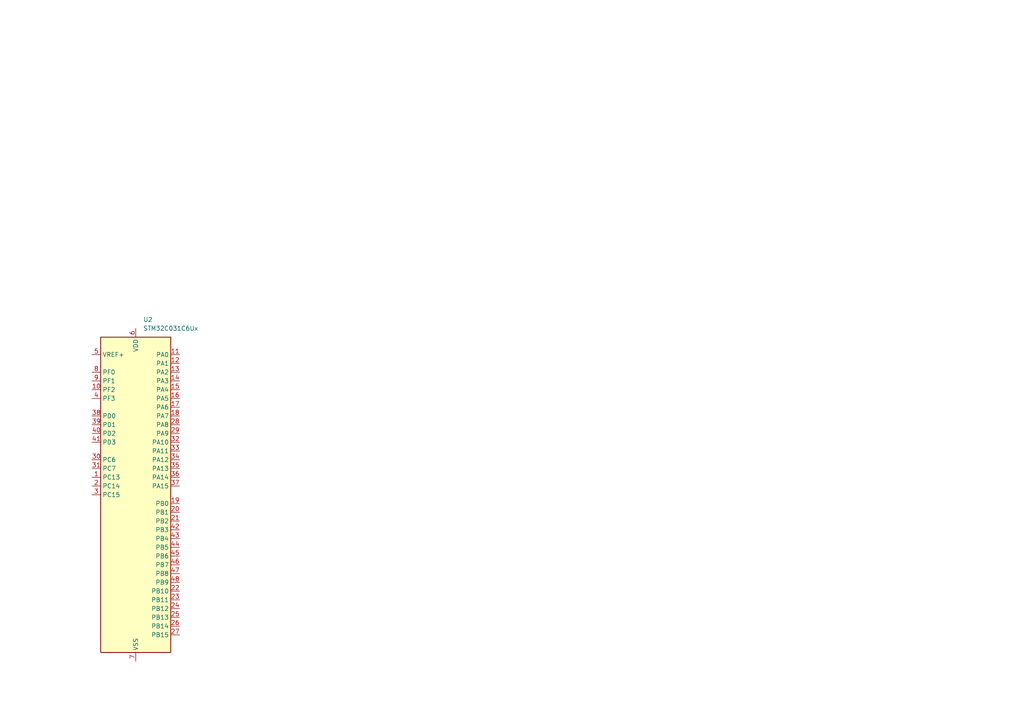
<source format=kicad_sch>
(kicad_sch (version 20250114) (generator "eeschema") (generator_version "9.0")
  (paper "A4")
  (lib_symbols
    (symbol "MCU_ST_STM32C0:STM32C031C6Ux"
      (property "Reference" "U" (at -10.16 46.99 0))
      (property "Value" "STM32C031C6Ux" (at 2.54 46.99 0))
      (symbol "STM32C031C6Ux_0_1"
        (rectangle (start -10.16 -45.72) (end 10.16 45.72) (stroke (width 0.254)) (fill (type background)))
      )
      (symbol "STM32C031C6Ux_1_1"
        (pin input line (at -12.7 40.64 0) (length 2.54) (name "VREF+") (number "5"))
        (pin bidirectional line (at -12.7 35.56 0) (length 2.54) (name "PF0") (number "8"))
        (pin bidirectional line (at -12.7 33.02 0) (length 2.54) (name "PF1") (number "9"))
        (pin bidirectional line (at -12.7 30.48 0) (length 2.54) (name "PF2") (number "10"))
        (pin bidirectional line (at -12.7 27.94 0) (length 2.54) (name "PF3") (number "4"))
        (pin bidirectional line (at -12.7 22.86 0) (length 2.54) (name "PD0") (number "38"))
        (pin bidirectional line (at -12.7 20.32 0) (length 2.54) (name "PD1") (number "39"))
        (pin bidirectional line (at -12.7 17.78 0) (length 2.54) (name "PD2") (number "40"))
        (pin bidirectional line (at -12.7 15.24 0) (length 2.54) (name "PD3") (number "41"))
        (pin bidirectional line (at -12.7 10.16 0) (length 2.54) (name "PC6") (number "30"))
        (pin bidirectional line (at -12.7 7.62 0) (length 2.54) (name "PC7") (number "31"))
        (pin bidirectional line (at -12.7 5.08 0) (length 2.54) (name "PC13") (number "1"))
        (pin bidirectional line (at -12.7 2.54 0) (length 2.54) (name "PC14") (number "2"))
        (pin bidirectional line (at -12.7 0 0) (length 2.54) (name "PC15") (number "3"))
        (pin power_in line (at 0 48.26 270) (length 2.54) (name "VDD") (number "6"))
        (pin passive line (at 0 -48.26 90) (length 2.54) (hide yes) (name "VSS") (number "49"))
        (pin power_in line (at 0 -48.26 90) (length 2.54) (name "VSS") (number "7"))
        (pin bidirectional line (at 12.7 40.64 180) (length 2.54) (name "PA0") (number "11"))
        (pin bidirectional line (at 12.7 38.1 180) (length 2.54) (name "PA1") (number "12"))
        (pin bidirectional line (at 12.7 35.56 180) (length 2.54) (name "PA2") (number "13"))
        (pin bidirectional line (at 12.7 33.02 180) (length 2.54) (name "PA3") (number "14"))
        (pin bidirectional line (at 12.7 30.48 180) (length 2.54) (name "PA4") (number "15"))
        (pin bidirectional line (at 12.7 27.94 180) (length 2.54) (name "PA5") (number "16"))
        (pin bidirectional line (at 12.7 25.4 180) (length 2.54) (name "PA6") (number "17"))
        (pin bidirectional line (at 12.7 22.86 180) (length 2.54) (name "PA7") (number "18"))
        (pin bidirectional line (at 12.7 20.32 180) (length 2.54) (name "PA8") (number "28"))
        (pin bidirectional line (at 12.7 17.78 180) (length 2.54) (name "PA9") (number "29"))
        (pin bidirectional line (at 12.7 15.24 180) (length 2.54) (name "PA10") (number "32"))
        (pin bidirectional line (at 12.7 12.7 180) (length 2.54) (name "PA11") (number "33"))
        (pin bidirectional line (at 12.7 10.16 180) (length 2.54) (name "PA12") (number "34"))
        (pin bidirectional line (at 12.7 7.62 180) (length 2.54) (name "PA13") (number "35"))
        (pin bidirectional line (at 12.7 5.08 180) (length 2.54) (name "PA14") (number "36"))
        (pin bidirectional line (at 12.7 2.54 180) (length 2.54) (name "PA15") (number "37"))
        (pin bidirectional line (at 12.7 -2.54 180) (length 2.54) (name "PB0") (number "19"))
        (pin bidirectional line (at 12.7 -5.08 180) (length 2.54) (name "PB1") (number "20"))
        (pin bidirectional line (at 12.7 -7.62 180) (length 2.54) (name "PB2") (number "21"))
        (pin bidirectional line (at 12.7 -10.16 180) (length 2.54) (name "PB3") (number "42"))
        (pin bidirectional line (at 12.7 -12.7 180) (length 2.54) (name "PB4") (number "43"))
        (pin bidirectional line (at 12.7 -15.24 180) (length 2.54) (name "PB5") (number "44"))
        (pin bidirectional line (at 12.7 -17.78 180) (length 2.54) (name "PB6") (number "45"))
        (pin bidirectional line (at 12.7 -20.32 180) (length 2.54) (name "PB7") (number "46"))
        (pin bidirectional line (at 12.7 -22.86 180) (length 2.54) (name "PB8") (number "47"))
        (pin bidirectional line (at 12.7 -25.4 180) (length 2.54) (name "PB9") (number "48"))
        (pin bidirectional line (at 12.7 -27.94 180) (length 2.54) (name "PB10") (number "22"))
        (pin bidirectional line (at 12.7 -30.48 180) (length 2.54) (name "PB11") (number "23"))
        (pin bidirectional line (at 12.7 -33.02 180) (length 2.54) (name "PB12") (number "24"))
        (pin bidirectional line (at 12.7 -35.56 180) (length 2.54) (name "PB13") (number "25"))
        (pin bidirectional line (at 12.7 -38.1 180) (length 2.54) (name "PB14") (number "26"))
        (pin bidirectional line (at 12.7 -40.64 180) (length 2.54) (name "PB15") (number "27"))
      )
    )
  )
  (symbol (lib_id "MCU_ST_STM32C0:STM32C031C6Ux") (at 39.37 143.51 0) (unit 1)
    (property "Reference" "U2" (at 41.5133 92.71 0) (effects (justify left)))
    (property "Value" "STM32C031C6Ux" (at 41.5133 95.25 0) (effects (justify left)))
    (property "Footprint" "Package_DFN_QFN:QFN-48-1EP_7x7mm_P0.5mm_EP5.6x5.6mm" (effects (hide yes)))
    (property "Datasheet" "https://www.st.com/resource/en/datasheet/stm32c031c6.pdf" (effects (hide yes)))
    (property "Description" "STMicroelectronics Arm Cortex-M0+ MCU, 32KB flash, 12KB RAM, 48 MHz, 2.0-3.6V, 45 GPIO, UFQFPN48" (effects (hide yes)))
  )
)
</source>
